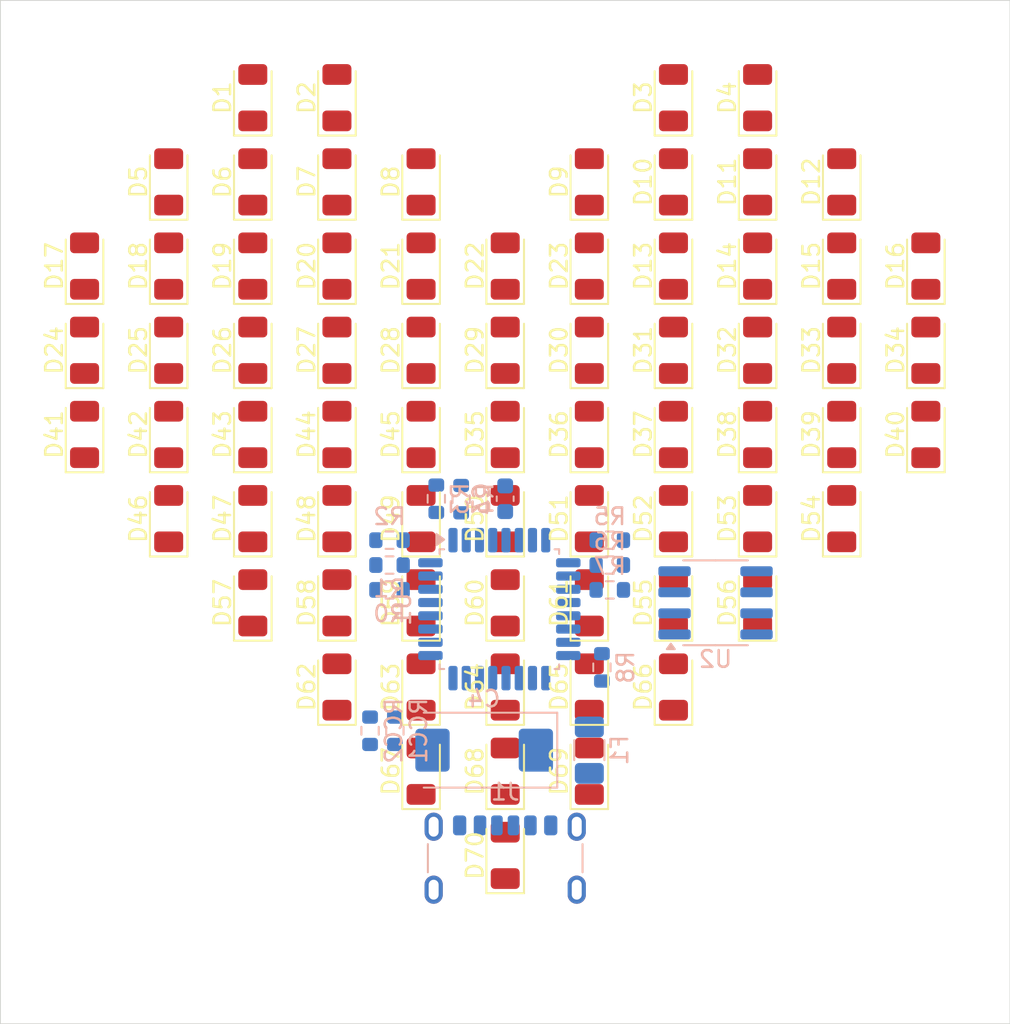
<source format=kicad_pcb>
(kicad_pcb
	(version 20241229)
	(generator "pcbnew")
	(generator_version "9.0")
	(general
		(thickness 1.6)
		(legacy_teardrops no)
	)
	(paper "A4")
	(layers
		(0 "F.Cu" signal)
		(2 "B.Cu" signal)
		(9 "F.Adhes" user "F.Adhesive")
		(11 "B.Adhes" user "B.Adhesive")
		(13 "F.Paste" user)
		(15 "B.Paste" user)
		(5 "F.SilkS" user "F.Silkscreen")
		(7 "B.SilkS" user "B.Silkscreen")
		(1 "F.Mask" user)
		(3 "B.Mask" user)
		(17 "Dwgs.User" user "User.Drawings")
		(19 "Cmts.User" user "User.Comments")
		(21 "Eco1.User" user "User.Eco1")
		(23 "Eco2.User" user "User.Eco2")
		(25 "Edge.Cuts" user)
		(27 "Margin" user)
		(31 "F.CrtYd" user "F.Courtyard")
		(29 "B.CrtYd" user "B.Courtyard")
		(35 "F.Fab" user)
		(33 "B.Fab" user)
		(39 "User.1" user)
		(41 "User.2" user)
		(43 "User.3" user)
		(45 "User.4" user)
	)
	(setup
		(pad_to_mask_clearance 0)
		(allow_soldermask_bridges_in_footprints no)
		(tenting front back)
		(pcbplotparams
			(layerselection 0x00000000_00000000_55555555_5755f5ff)
			(plot_on_all_layers_selection 0x00000000_00000000_00000000_00000000)
			(disableapertmacros no)
			(usegerberextensions no)
			(usegerberattributes yes)
			(usegerberadvancedattributes yes)
			(creategerberjobfile yes)
			(dashed_line_dash_ratio 12.000000)
			(dashed_line_gap_ratio 3.000000)
			(svgprecision 4)
			(plotframeref no)
			(mode 1)
			(useauxorigin no)
			(hpglpennumber 1)
			(hpglpenspeed 20)
			(hpglpendiameter 15.000000)
			(pdf_front_fp_property_popups yes)
			(pdf_back_fp_property_popups yes)
			(pdf_metadata yes)
			(pdf_single_document no)
			(dxfpolygonmode yes)
			(dxfimperialunits yes)
			(dxfusepcbnewfont yes)
			(psnegative no)
			(psa4output no)
			(plot_black_and_white yes)
			(sketchpadsonfab no)
			(plotpadnumbers no)
			(hidednponfab no)
			(sketchdnponfab yes)
			(crossoutdnponfab yes)
			(subtractmaskfromsilk no)
			(outputformat 1)
			(mirror no)
			(drillshape 1)
			(scaleselection 1)
			(outputdirectory "")
		)
	)
	(net 0 "")
	(net 1 "GND")
	(net 2 "+5V")
	(net 3 "Net-(F1-Pad1)")
	(net 4 "Net-(J1-CC2)")
	(net 5 "Net-(J1-CC1)")
	(net 6 "Net-(U1-PD0)")
	(net 7 "Net-(U1-PD1)")
	(net 8 "Net-(U1-PD2)")
	(net 9 "Net-(U1-PD3)")
	(net 10 "Net-(U1-PD4)")
	(net 11 "Net-(U1-PD5)")
	(net 12 "Net-(U1-PD6)")
	(net 13 "Net-(U1-PD7)")
	(net 14 "/DATA")
	(net 15 "/MOSI")
	(net 16 "unconnected-(U1-ADC7-Pad22)")
	(net 17 "unconnected-(U1-ADC6-Pad19)")
	(net 18 "/SCK")
	(net 19 "/SS")
	(net 20 "unconnected-(U2-IFC-Pad1)")
	(net 21 "unconnected-(U2-IFB-Pad8)")
	(net 22 "unconnected-(U2-GND-Pad7)")
	(net 23 "unconnected-(U2-IFA-Pad5)")
	(net 24 "/ROW0")
	(net 25 "/COL0")
	(net 26 "/COL1")
	(net 27 "/COL2")
	(net 28 "/COL3")
	(net 29 "/COL4")
	(net 30 "/COL5")
	(net 31 "/COL6")
	(net 32 "/COL7")
	(net 33 "/ROW1")
	(net 34 "/ROW2")
	(net 35 "/ROW3")
	(net 36 "/ROW4")
	(net 37 "/ROW5")
	(net 38 "/ROW6")
	(net 39 "/ROW7")
	(net 40 "/ROW8")
	(net 41 "unconnected-(U1-~{RESET}{slash}PC6-Pad29)")
	(net 42 "unconnected-(U1-XTAL2{slash}PB7-Pad8)")
	(footprint "LED_SMD:LED_1206_3216Metric" (layer "F.Cu") (at 121.92 81.28 90))
	(footprint "LED_SMD:LED_1206_3216Metric" (layer "F.Cu") (at 152.4 71.12 90))
	(footprint "LED_SMD:LED_1206_3216Metric" (layer "F.Cu") (at 142.24 86.36 90))
	(footprint "LED_SMD:LED_1206_3216Metric" (layer "F.Cu") (at 142.24 71.12 90))
	(footprint "LED_SMD:LED_1206_3216Metric" (layer "F.Cu") (at 137.16 66.04 90))
	(footprint "LED_SMD:LED_1206_3216Metric" (layer "F.Cu") (at 142.24 81.28 90))
	(footprint "LED_SMD:LED_1206_3216Metric" (layer "F.Cu") (at 121.92 50.8 90))
	(footprint "LED_SMD:LED_1206_3216Metric" (layer "F.Cu") (at 132.08 60.96 90))
	(footprint "LED_SMD:LED_1206_3216Metric" (layer "F.Cu") (at 147.32 71.12 90))
	(footprint "LED_SMD:LED_1206_3216Metric" (layer "F.Cu") (at 147.32 60.96 90))
	(footprint "LED_SMD:LED_1206_3216Metric" (layer "F.Cu") (at 111.76 66.04 90))
	(footprint "LED_SMD:LED_1206_3216Metric" (layer "F.Cu") (at 147.32 50.8 90))
	(footprint "LED_SMD:LED_1206_3216Metric" (layer "F.Cu") (at 137.16 96.52 90))
	(footprint "LED_SMD:LED_1206_3216Metric" (layer "F.Cu") (at 127 71.12 90))
	(footprint "LED_SMD:LED_1206_3216Metric" (layer "F.Cu") (at 137.16 81.28 90))
	(footprint "LED_SMD:LED_1206_3216Metric" (layer "F.Cu") (at 152.4 50.8 90))
	(footprint "LED_SMD:LED_1206_3216Metric" (layer "F.Cu") (at 116.84 66.04 90))
	(footprint "LED_SMD:LED_1206_3216Metric" (layer "F.Cu") (at 116.84 55.88 90))
	(footprint "LED_SMD:LED_1206_3216Metric" (layer "F.Cu") (at 142.24 66.04 90))
	(footprint "LED_SMD:LED_1206_3216Metric" (layer "F.Cu") (at 132.08 55.88 90))
	(footprint "LED_SMD:LED_1206_3216Metric" (layer "F.Cu") (at 116.84 71.12 90))
	(footprint "LED_SMD:LED_1206_3216Metric" (layer "F.Cu") (at 152.4 60.96 90))
	(footprint "LED_SMD:LED_1206_3216Metric" (layer "F.Cu") (at 127 66.04 90))
	(footprint "LED_SMD:LED_1206_3216Metric" (layer "F.Cu") (at 142.24 76.2 90))
	(footprint "LED_SMD:LED_1206_3216Metric" (layer "F.Cu") (at 137.16 91.44 90))
	(footprint "LED_SMD:LED_1206_3216Metric" (layer "F.Cu") (at 132.08 66.04 90))
	(footprint "LED_SMD:LED_1206_3216Metric" (layer "F.Cu") (at 132.08 91.44 90))
	(footprint "LED_SMD:LED_1206_3216Metric" (layer "F.Cu") (at 132.08 81.28 90))
	(footprint "LED_SMD:LED_1206_3216Metric" (layer "F.Cu") (at 137.16 86.36 90))
	(footprint "LED_SMD:LED_1206_3216Metric" (layer "F.Cu") (at 127 55.88 90))
	(footprint "LED_SMD:LED_1206_3216Metric" (layer "F.Cu") (at 127 50.8 90))
	(footprint "LED_SMD:LED_1206_3216Metric" (layer "F.Cu") (at 127 76.2 90))
	(footprint "LED_SMD:LED_1206_3216Metric" (layer "F.Cu") (at 147.32 55.88 90))
	(footprint "LED_SMD:LED_1206_3216Metric" (layer "F.Cu") (at 162.56 66.04 90))
	(footprint "LED_SMD:LED_1206_3216Metric" (layer "F.Cu") (at 132.08 71.12 90))
	(footprint "LED_SMD:LED_1206_3216Metric" (layer "F.Cu") (at 152.4 81.28 90))
	(footprint "LED_SMD:LED_1206_3216Metric" (layer "F.Cu") (at 132.08 76.2 90))
	(footprint "LED_SMD:LED_1206_3216Metric" (layer "F.Cu") (at 157.48 71.12 90))
	(footprint "LED_SMD:LED_1206_3216Metric" (layer "F.Cu") (at 162.56 71.12 90))
	(footprint "LED_SMD:LED_1206_3216Metric" (layer "F.Cu") (at 137.16 71.12 90))
	(footprint "LED_SMD:LED_1206_3216Metric" (layer "F.Cu") (at 111.76 60.96 90))
	(footprint "LED_SMD:LED_1206_3216Metric" (layer "F.Cu") (at 116.84 60.96 90))
	(footprint "LED_SMD:LED_1206_3216Metric" (layer "F.Cu") (at 142.24 60.96 90))
	(footprint "LED_SMD:LED_1206_3216Metric"
		(layer "F.Cu")
		(uuid "9b60e1e7-1024-47e8-b3ed-9bfd17d35c01")
		(at 121.92 60.96 90)
		(descr "LED SMD 1206 (3216 Metric), square (rectangular) end terminal, IPC-7351 nominal, (Body size source: http://www.tortai-tech.com/upload/download/2011102023233369053.pdf), generated with kicad-footprint-generator")
		(tags "LED")
		(property "Reference" "D19"
			(at 0 -1.83 90)
			(layer "F.SilkS")
			(uuid "8536af37-eff7-4bab-b80f-14a2923c6a29")
			(effects
				(font
					(size 1 1)
					(thickness 0.15)
				)
			)
		)
		(property "Value" "KP-3216ID"
			(at 0 1.83 90)
			(layer "F.Fab")
			(uuid "a8d96101-dc80-4b83-af4c-7aaca8b39f36")
			(effects
				(font
					(size 1 1)
					(thickness 0.15)
				)
			)
		)
		(property "Datasheet" ""
			(at 0 0 90)
			(layer "F.Fab")
			(hide yes)
			(uuid "9965f146-e7e2-4a19-aee9-98ba4a013
... [210851 chars truncated]
</source>
